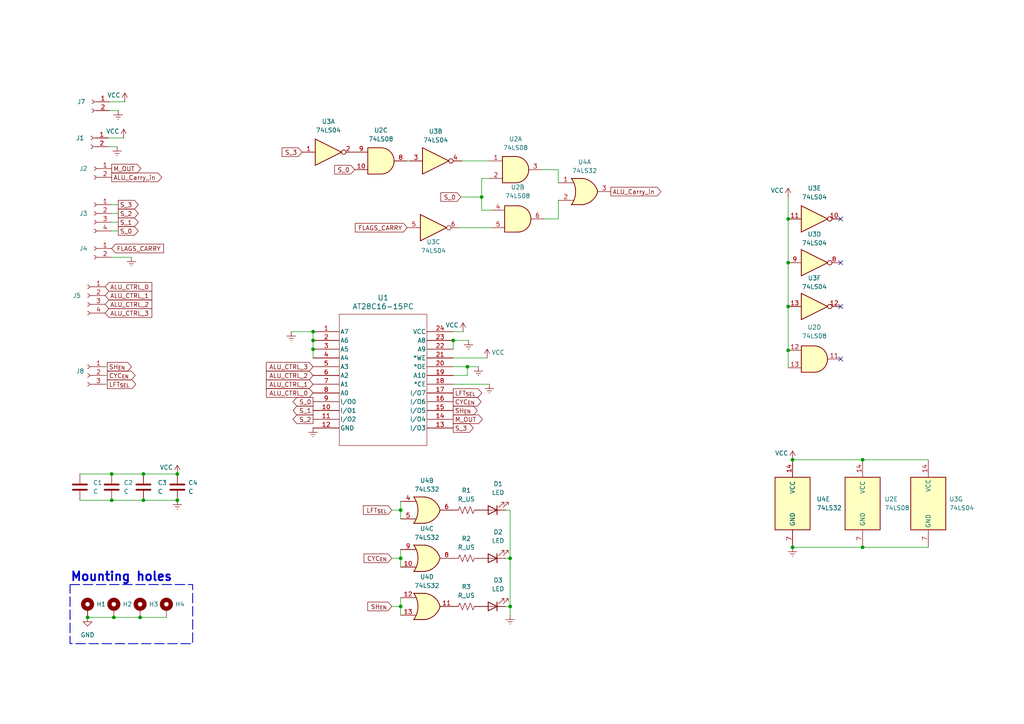
<source format=kicad_sch>
(kicad_sch (version 20231120) (generator "eeschema") (generator_version "8.0")
  (paper "A4")
  (lib_symbols
    (symbol "74xx:74LS04"
      (property "Reference" "U" (at 0 1.27 0))
      (property "Value" "74LS04" (at 0 -1.27 0))
      (symbol "74LS04_1_0"
        (polyline (pts (xy -3.81 3.81) (xy -3.81 -3.81) (xy 3.81 0) (xy -3.81 3.81)) (stroke (width 0.254)) (fill (type background)))
        (pin input line (at -7.62 0 0) (length 3.81) (name "~") (number "1"))
        (pin output inverted (at 7.62 0 180) (length 3.81) (name "~") (number "2"))
      )
      (symbol "74LS04_2_0"
        (polyline (pts (xy -3.81 3.81) (xy -3.81 -3.81) (xy 3.81 0) (xy -3.81 3.81)) (stroke (width 0.254)) (fill (type background)))
        (pin input line (at -7.62 0 0) (length 3.81) (name "~") (number "3"))
        (pin output inverted (at 7.62 0 180) (length 3.81) (name "~") (number "4"))
      )
      (symbol "74LS04_3_0"
        (polyline (pts (xy -3.81 3.81) (xy -3.81 -3.81) (xy 3.81 0) (xy -3.81 3.81)) (stroke (width 0.254)) (fill (type background)))
        (pin input line (at -7.62 0 0) (length 3.81) (name "~") (number "5"))
        (pin output inverted (at 7.62 0 180) (length 3.81) (name "~") (number "6"))
      )
      (symbol "74LS04_4_0"
        (polyline (pts (xy -3.81 3.81) (xy -3.81 -3.81) (xy 3.81 0) (xy -3.81 3.81)) (stroke (width 0.254)) (fill (type background)))
        (pin output inverted (at 7.62 0 180) (length 3.81) (name "~") (number "8"))
        (pin input line (at -7.62 0 0) (length 3.81) (name "~") (number "9"))
      )
      (symbol "74LS04_5_0"
        (polyline (pts (xy -3.81 3.81) (xy -3.81 -3.81) (xy 3.81 0) (xy -3.81 3.81)) (stroke (width 0.254)) (fill (type background)))
        (pin output inverted (at 7.62 0 180) (length 3.81) (name "~") (number "10"))
        (pin input line (at -7.62 0 0) (length 3.81) (name "~") (number "11"))
      )
      (symbol "74LS04_6_0"
        (polyline (pts (xy -3.81 3.81) (xy -3.81 -3.81) (xy 3.81 0) (xy -3.81 3.81)) (stroke (width 0.254)) (fill (type background)))
        (pin output inverted (at 7.62 0 180) (length 3.81) (name "~") (number "12"))
        (pin input line (at -7.62 0 0) (length 3.81) (name "~") (number "13"))
      )
      (symbol "74LS04_7_0"
        (pin power_in line (at 0 12.7 270) (length 5.08) (name "VCC") (number "14"))
        (pin power_in line (at 0 -12.7 90) (length 5.08) (name "GND") (number "7"))
      )
      (symbol "74LS04_7_1"
        (rectangle (start -5.08 7.62) (end 5.08 -7.62) (stroke (width 0.254)) (fill (type background)))
      )
    )
    (symbol "74xx:74LS08" (pin_names (offset 1.016))
      (property "Reference" "U" (at 0 1.27 0))
      (property "Value" "74LS08" (at 0 -1.27 0))
      (symbol "74LS08_1_1"
        (arc (start 0 -3.81) (mid 3.7934 0) (end 0 3.81) (stroke (width 0.254)) (fill (type background)))
        (polyline (pts (xy 0 3.81) (xy -3.81 3.81) (xy -3.81 -3.81) (xy 0 -3.81)) (stroke (width 0.254)) (fill (type background)))
        (pin input line (at -7.62 2.54 0) (length 3.81) (name "~") (number "1"))
        (pin input line (at -7.62 -2.54 0) (length 3.81) (name "~") (number "2"))
        (pin output line (at 7.62 0 180) (length 3.81) (name "~") (number "3"))
      )
      (symbol "74LS08_1_2"
        (arc (start -3.81 -3.81) (mid -2.589 0) (end -3.81 3.81) (stroke (width 0.254)))
        (arc (start -0.6096 -3.81) (mid 2.1842 -2.5851) (end 3.81 0) (stroke (width 0.254)) (fill (type background)))
        (polyline (pts (xy -3.81 -3.81) (xy -0.635 -3.81)) (stroke (width 0.254)) (fill (type background)))
        (polyline (pts (xy -3.81 3.81) (xy -0.635 3.81)) (stroke (width 0.254)) (fill (type background)))
        (polyline (pts (xy -0.635 3.81) (xy -3.81 3.81) (xy -3.81 3.81) (xy -3.556 3.4036) (xy -3.0226 2.2606) (xy -2.6924 1.0414) (xy -2.6162 -0.254) (xy -2.7686 -1.4986) (xy -3.175 -2.7178) (xy -3.81 -3.81) (xy -3.81 -3.81) (xy -0.635 -3.81)) (stroke (width -25.4)) (fill (type background)))
        (arc (start 3.81 0) (mid 2.1915 2.5936) (end -0.6096 3.81) (stroke (width 0.254)) (fill (type background)))
        (pin input inverted (at -7.62 2.54 0) (length 4.318) (name "~") (number "1"))
        (pin input inverted (at -7.62 -2.54 0) (length 4.318) (name "~") (number "2"))
        (pin output inverted (at 7.62 0 180) (length 3.81) (name "~") (number "3"))
      )
      (symbol "74LS08_2_1"
        (arc (start 0 -3.81) (mid 3.7934 0) (end 0 3.81) (stroke (width 0.254)) (fill (type background)))
        (polyline (pts (xy 0 3.81) (xy -3.81 3.81) (xy -3.81 -3.81) (xy 0 -3.81)) (stroke (width 0.254)) (fill (type background)))
        (pin input line (at -7.62 2.54 0) (length 3.81) (name "~") (number "4"))
        (pin input line (at -7.62 -2.54 0) (length 3.81) (name "~") (number "5"))
        (pin output line (at 7.62 0 180) (length 3.81) (name "~") (number "6"))
      )
      (symbol "74LS08_2_2"
        (arc (start -3.81 -3.81) (mid -2.589 0) (end -3.81 3.81) (stroke (width 0.254)))
        (arc (start -0.6096 -3.81) (mid 2.1842 -2.5851) (end 3.81 0) (stroke (width 0.254)) (fill (type background)))
        (polyline (pts (xy -3.81 -3.81) (xy -0.635 -3.81)) (stroke (width 0.254)) (fill (type background)))
        (polyline (pts (xy -3.81 3.81) (xy -0.635 3.81)) (stroke (width 0.254)) (fill (type background)))
        (polyline (pts (xy -0.635 3.81) (xy -3.81 3.81) (xy -3.81 3.81) (xy -3.556 3.4036) (xy -3.0226 2.2606) (xy -2.6924 1.0414) (xy -2.6162 -0.254) (xy -2.7686 -1.4986) (xy -3.175 -2.7178) (xy -3.81 -3.81) (xy -3.81 -3.81) (xy -0.635 -3.81)) (stroke (width -25.4)) (fill (type background)))
        (arc (start 3.81 0) (mid 2.1915 2.5936) (end -0.6096 3.81) (stroke (width 0.254)) (fill (type background)))
        (pin input inverted (at -7.62 2.54 0) (length 4.318) (name "~") (number "4"))
        (pin input inverted (at -7.62 -2.54 0) (length 4.318) (name "~") (number "5"))
        (pin output inverted (at 7.62 0 180) (length 3.81) (name "~") (number "6"))
      )
      (symbol "74LS08_3_1"
        (arc (start 0 -3.81) (mid 3.7934 0) (end 0 3.81) (stroke (width 0.254)) (fill (type background)))
        (polyline (pts (xy 0 3.81) (xy -3.81 3.81) (xy -3.81 -3.81) (xy 0 -3.81)) (stroke (width 0.254)) (fill (type background)))
        (pin input line (at -7.62 -2.54 0) (length 3.81) (name "~") (number "10"))
        (pin output line (at 7.62 0 180) (length 3.81) (name "~") (number "8"))
        (pin input line (at -7.62 2.54 0) (length 3.81) (name "~") (number "9"))
      )
      (symbol "74LS08_3_2"
        (arc (start -3.81 -3.81) (mid -2.589 0) (end -3.81 3.81) (stroke (width 0.254)))
        (arc (start -0.6096 -3.81) (mid 2.1842 -2.5851) (end 3.81 0) (stroke (width 0.254)) (fill (type background)))
        (polyline (pts (xy -3.81 -3.81) (xy -0.635 -3.81)) (stroke (width 0.254)) (fill (type background)))
        (polyline (pts (xy -3.81 3.81) (xy -0.635 3.81)) (stroke (width 0.254)) (fill (type background)))
        (polyline (pts (xy -0.635 3.81) (xy -3.81 3.81) (xy -3.81 3.81) (xy -3.556 3.4036) (xy -3.0226 2.2606) (xy -2.6924 1.0414) (xy -2.6162 -0.254) (xy -2.7686 -1.4986) (xy -3.175 -2.7178) (xy -3.81 -3.81) (xy -3.81 -3.81) (xy -0.635 -3.81)) (stroke (width -25.4)) (fill (type background)))
        (arc (start 3.81 0) (mid 2.1915 2.5936) (end -0.6096 3.81) (stroke (width 0.254)) (fill (type background)))
        (pin input inverted (at -7.62 -2.54 0) (length 4.318) (name "~") (number "10"))
        (pin output inverted (at 7.62 0 180) (length 3.81) (name "~") (number "8"))
        (pin input inverted (at -7.62 2.54 0) (length 4.318) (name "~") (number "9"))
      )
      (symbol "74LS08_4_1"
        (arc (start 0 -3.81) (mid 3.7934 0) (end 0 3.81) (stroke (width 0.254)) (fill (type background)))
        (polyline (pts (xy 0 3.81) (xy -3.81 3.81) (xy -3.81 -3.81) (xy 0 -3.81)) (stroke (width 0.254)) (fill (type background)))
        (pin output line (at 7.62 0 180) (length 3.81) (name "~") (number "11"))
        (pin input line (at -7.62 2.54 0) (length 3.81) (name "~") (number "12"))
        (pin input line (at -7.62 -2.54 0) (length 3.81) (name "~") (number "13"))
      )
      (symbol "74LS08_4_2"
        (arc (start -3.81 -3.81) (mid -2.589 0) (end -3.81 3.81) (stroke (width 0.254)))
        (arc (start -0.6096 -3.81) (mid 2.1842 -2.5851) (end 3.81 0) (stroke (width 0.254)) (fill (type background)))
        (polyline (pts (xy -3.81 -3.81) (xy -0.635 -3.81)) (stroke (width 0.254)) (fill (type background)))
        (polyline (pts (xy -3.81 3.81) (xy -0.635 3.81)) (stroke (width 0.254)) (fill (type background)))
        (polyline (pts (xy -0.635 3.81) (xy -3.81 3.81) (xy -3.81 3.81) (xy -3.556 3.4036) (xy -3.0226 2.2606) (xy -2.6924 1.0414) (xy -2.6162 -0.254) (xy -2.7686 -1.4986) (xy -3.175 -2.7178) (xy -3.81 -3.81) (xy -3.81 -3.81) (xy -0.635 -3.81)) (stroke (width -25.4)) (fill (type background)))
        (arc (start 3.81 0) (mid 2.1915 2.5936) (end -0.6096 3.81) (stroke (width 0.254)) (fill (type background)))
        (pin output inverted (at 7.62 0 180) (length 3.81) (name "~") (number "11"))
        (pin input inverted (at -7.62 2.54 0) (length 4.318) (name "~") (number "12"))
        (pin input inverted (at -7.62 -2.54 0) (length 4.318) (name "~") (number "13"))
      )
      (symbol "74LS08_5_0"
        (pin power_in line (at 0 12.7 270) (length 5.08) (name "VCC") (number "14"))
        (pin power_in line (at 0 -12.7 90) (length 5.08) (name "GND") (number "7"))
      )
      (symbol "74LS08_5_1"
        (rectangle (start -5.08 7.62) (end 5.08 -7.62) (stroke (width 0.254)) (fill (type background)))
      )
    )
    (symbol "74xx:74LS32" (pin_names (offset 1.016))
      (property "Reference" "U" (at 0 1.27 0))
      (property "Value" "74LS32" (at 0 -1.27 0))
      (symbol "74LS32_1_1"
        (arc (start -3.81 -3.81) (mid -2.589 0) (end -3.81 3.81) (stroke (width 0.254)))
        (arc (start -0.6096 -3.81) (mid 2.1842 -2.5851) (end 3.81 0) (stroke (width 0.254)) (fill (type background)))
        (polyline (pts (xy -3.81 -3.81) (xy -0.635 -3.81)) (stroke (width 0.254)) (fill (type background)))
        (polyline (pts (xy -3.81 3.81) (xy -0.635 3.81)) (stroke (width 0.254)) (fill (type background)))
        (polyline (pts (xy -0.635 3.81) (xy -3.81 3.81) (xy -3.81 3.81) (xy -3.556 3.4036) (xy -3.0226 2.2606) (xy -2.6924 1.0414) (xy -2.6162 -0.254) (xy -2.7686 -1.4986) (xy -3.175 -2.7178) (xy -3.81 -3.81) (xy -3.81 -3.81) (xy -0.635 -3.81)) (stroke (width -25.4)) (fill (type background)))
        (arc (start 3.81 0) (mid 2.1915 2.5936) (end -0.6096 3.81) (stroke (width 0.254)) (fill (type background)))
        (pin input line (at -7.62 2.54 0) (length 4.318) (name "~") (number "1"))
        (pin input line (at -7.62 -2.54 0) (length 4.318) (name "~") (number "2"))
        (pin output line (at 7.62 0 180) (length 3.81) (name "~") (number "3"))
      )
      (symbol "74LS32_1_2"
        (arc (start 0 -3.81) (mid 3.7934 0) (end 0 3.81) (stroke (width 0.254)) (fill (type background)))
        (polyline (pts (xy 0 3.81) (xy -3.81 3.81) (xy -3.81 -3.81) (xy 0 -3.81)) (stroke (width 0.254)) (fill (type background)))
        (pin input inverted (at -7.62 2.54 0) (length 3.81) (name "~") (number "1"))
        (pin input inverted (at -7.62 -2.54 0) (length 3.81) (name "~") (number "2"))
        (pin output inverted (at 7.62 0 180) (length 3.81) (name "~") (number "3"))
      )
      (symbol "74LS32_2_1"
        (arc (start -3.81 -3.81) (mid -2.589 0) (end -3.81 3.81) (stroke (width 0.254)))
        (arc (start -0.6096 -3.81) (mid 2.1842 -2.5851) (end 3.81 0) (stroke (width 0.254)) (fill (type background)))
        (polyline (pts (xy -3.81 -3.81) (xy -0.635 -3.81)) (stroke (width 0.254)) (fill (type background)))
        (polyline (pts (xy -3.81 3.81) (xy -0.635 3.81)) (stroke (width 0.254)) (fill (type background)))
        (polyline (pts (xy -0.635 3.81) (xy -3.81 3.81) (xy -3.81 3.81) (xy -3.556 3.4036) (xy -3.0226 2.2606) (xy -2.6924 1.0414) (xy -2.6162 -0.254) (xy -2.7686 -1.4986) (xy -3.175 -2.7178) (xy -3.81 -3.81) (xy -3.81 -3.81) (xy -0.635 -3.81)) (stroke (width -25.4)) (fill (type background)))
        (arc (start 3.81 0) (mid 2.1915 2.5936) (end -0.6096 3.81) (stroke (width 0.254)) (fill (type background)))
        (pin input line (at -7.62 2.54 0) (length 4.318) (name "~") (number "4"))
        (pin input line (at -7.62 -2.54 0) (length 4.318) (name "~") (number "5"))
        (pin output line (at 7.62 0 180) (length 3.81) (name "~") (number "6"))
      )
      (symbol "74LS32_2_2"
        (arc (start 0 -3.81) (mid 3.7934 0) (end 0 3.81) (stroke (width 0.254)) (fill (type background)))
        (polyline (pts (xy 0 3.81) (xy -3.81 3.81) (xy -3.81 -3.81) (xy 0 -3.81)) (stroke (width 0.254)) (fill (type background)))
        (pin input inverted (at -7.62 2.54 0) (length 3.81) (name "~") (number "4"))
        (pin input inverted (at -7.62 -2.54 0) (length 3.81) (name "~") (number "5"))
        (pin output inverted (at 7.62 0 180) (length 3.81) (name "~") (number "6"))
      )
      (symbol "74LS32_3_1"
        (arc (start -3.81 -3.81) (mid -2.589 0) (end -3.81 3.81) (stroke (width 0.254)))
        (arc (start -0.6096 -3.81) (mid 2.1842 -2.5851) (end 3.81 0) (stroke (width 0.254)) (fill (type background)))
        (polyline (pts (xy -3.81 -3.81) (xy -0.635 -3.81)) (stroke (width 0.254)) (fill (type background)))
        (polyline (pts (xy -3.81 3.81) (xy -0.635 3.81)) (stroke (width 0.254)) (fill (type background)))
        (polyline (pts (xy -0.635 3.81) (xy -3.81 3.81) (xy -3.81 3.81) (xy -3.556 3.4036) (xy -3.0226 2.2606) (xy -2.6924 1.0414) (xy -2.6162 -0.254) (xy -2.7686 -1.4986) (xy -3.175 -2.7178) (xy -3.81 -3.81) (xy -3.81 -3.81) (xy -0.635 -3.81)) (stroke (width -25.4)) (fill (type background)))
        (arc (start 3.81 0) (mid 2.1915 2.5936) (end -0.6096 3.81) (stroke (width 0.254)) (fill (type background)))
        (pin input line (at -7.62 -2.54 0) (length 4.318) (name "~") (number "10"))
        (pin output line (at 7.62 0 180) (length 3.81) (name "~") (number "8"))
        (pin input line (at -7.62 2.54 0) (length 4.318) (name "~") (number "9"))
      )
      (symbol "74LS32_3_2"
        (arc (start 0 -3.81) (mid 3.7934 0) (end 0 3.81) (stroke (width 0.254)) (fill (type background)))
        (polyline (pts (xy 0 3.81) (xy -3.81 3.81) (xy -3.81 -3.81) (xy 0 -3.81)) (stroke (width 0.254)) (fill (type background)))
        (pin input inverted (at -7.62 -2.54 0) (length 3.81) (name "~") (number "10"))
        (pin output inverted (at 7.62 0 180) (length 3.81) (name "~") (number "8"))
        (pin input inverted (at -7.62 2.54 0) (length 3.81) (name "~") (number "9"))
      )
      (symbol "74LS32_4_1"
        (arc (start -3.81 -3.81) (mid -2.589 0) (end -3.81 3.81) (stroke (width 0.254)))
        (arc (start -0.6096 -3.81) (mid 2.1842 -2.5851) (end 3.81 0) (stroke (width 0.254)) (fill (type background)))
        (polyline (pts (xy -3.81 -3.81) (xy -0.635 -3.81)) (stroke (width 0.254)) (fill (type background)))
        (polyline (pts (xy -3.81 3.81) (xy -0.635 3.81)) (stroke (width 0.254)) (fill (type background)))
        (polyline (pts (xy -0.635 3.81) (xy -3.81 3.81) (xy -3.81 3.81) (xy -3.556 3.4036) (xy -3.0226 2.2606) (xy -2.6924 1.0414) (xy -2.6162 -0.254) (xy -2.7686 -1.4986) (xy -3.175 -2.7178) (xy -3.81 -3.81) (xy -3.81 -3.81) (xy -0.635 -3.81)) (stroke (width -25.4)) (fill (type background)))
        (arc (start 3.81 0) (mid 2.1915 2.5936) (end -0.6096 3.81) (stroke (width 0.254)) (fill (type background)))
        (pin output line (at 7.62 0 180) (length 3.81) (name "~") (number "11"))
        (pin input line (at -7.62 2.54 0) (length 4.318) (name "~") (number "12"))
        (pin input line (at -7.62 -2.54 0) (length 4.318) (name "~") (number "13"))
      )
      (symbol "74LS32_4_2"
        (arc (start 0 -3.81) (mid 3.7934 0) (end 0 3.81) (stroke (width 0.254)) (fill (type background)))
        (polyline (pts (xy 0 3.81) (xy -3.81 3.81) (xy -3.81 -3.81) (xy 0 -3.81)) (stroke (width 0.254)) (fill (type background)))
        (pin output inverted (at 7.62 0 180) (length 3.81) (name "~") (number "11"))
        (pin input inverted (at -7.62 2.54 0) (length 3.81) (name "~") (number "12"))
        (pin input inverted (at -7.62 -2.54 0) (length 3.81) (name "~") (number "13"))
      )
      (symbol "74LS32_5_0"
        (pin power_in line (at 0 12.7 270) (length 5.08) (name "VCC") (number "14"))
        (pin power_in line (at 0 -12.7 90) (length 5.08) (name "GND") (number "7"))
      )
      (symbol "74LS32_5_1"
        (rectangle (start -5.08 7.62) (end 5.08 -7.62) (stroke (width 0.254)) (fill (type background)))
      )
    )
    (symbol "Connector:Conn_01x02_Socket" (pin_names (offset 1.016) hide)
      (property "Reference" "J" (at 0 2.54 0))
      (property "Value" "Conn_01x02_Socket" (at 0 -5.08 0))
      (symbol "Conn_01x02_Socket_1_1"
        (arc (start 0 -2.032) (mid -0.5058 -2.54) (end 0 -3.048) (stroke (width 0.1524)))
        (polyline (pts (xy -1.27 -2.54) (xy -0.508 -2.54)) (stroke (width 0.1524)))
        (polyline (pts (xy -1.27 0) (xy -0.508 0)) (stroke (width 0.1524)))
        (arc (start 0 0.508) (mid -0.5058 0) (end 0 -0.508) (stroke (width 0.1524)))
        (pin passive line (at -5.08 0 0) (length 3.81) (name "Pin_1") (number "1"))
        (pin passive line (at -5.08 -2.54 0) (length 3.81) (name "Pin_2") (number "2"))
      )
    )
    (symbol "Connector:Conn_01x03_Socket" (pin_names (offset 1.016) hide)
      (property "Reference" "J" (at 0 5.08 0))
      (property "Value" "Conn_01x03_Socket" (at 0 -5.08 0))
      (symbol "Conn_01x03_Socket_1_1"
        (arc (start 0 -2.032) (mid -0.5058 -2.54) (end 0 -3.048) (stroke (width 0.1524)))
        (polyline (pts (xy -1.27 -2.54) (xy -0.508 -2.54)) (stroke (width 0.1524)))
        (polyline (pts (xy -1.27 0) (xy -0.508 0)) (stroke (width 0.1524)))
        (polyline (pts (xy -1.27 2.54) (xy -0.508 2.54)) (stroke (width 0.1524)))
        (arc (start 0 0.508) (mid -0.5058 0) (end 0 -0.508) (stroke (width 0.1524)))
        (arc (start 0 3.048) (mid -0.5058 2.54) (end 0 2.032) (stroke (width 0.1524)))
        (pin passive line (at -5.08 2.54 0) (length 3.81) (name "Pin_1") (number "1"))
        (pin passive line (at -5.08 0 0) (length 3.81) (name "Pin_2") (number "2"))
        (pin passive line (at -5.08 -2.54 0) (length 3.81) (name "Pin_3") (number "3"))
      )
    )
    (symbol "Connector:Conn_01x04_Socket" (pin_names (offset 1.016) hide)
      (property "Reference" "J" (at 0 5.08 0))
      (property "Value" "Conn_01x04_Socket" (at 0 -7.62 0))
      (symbol "Conn_01x04_Socket_1_1"
        (arc (start 0 -4.572) (mid -0.5058 -5.08) (end 0 -5.588) (stroke (width 0.1524)))
        (arc (start 0 -2.032) (mid -0.5058 -2.54) (end 0 -3.048) (stroke (width 0.1524)))
        (polyline (pts (xy -1.27 -5.08) (xy -0.508 -5.08)) (stroke (width 0.1524)))
        (polyline (pts (xy -1.27 -2.54) (xy -0.508 -2.54)) (stroke (width 0.1524)))
        (polyline (pts (xy -1.27 0) (xy -0.508 0)) (stroke (width 0.1524)))
        (polyline (pts (xy -1.27 2.54) (xy -0.508 2.54)) (stroke (width 0.1524)))
        (arc (start 0 0.508) (mid -0.5058 0) (end 0 -0.508) (stroke (width 0.1524)))
        (arc (start 0 3.048) (mid -0.5058 2.54) (end 0 2.032) (stroke (width 0.1524)))
        (pin passive line (at -5.08 2.54 0) (length 3.81) (name "Pin_1") (number "1"))
        (pin passive line (at -5.08 0 0) (length 3.81) (name "Pin_2") (number "2"))
        (pin passive line (at -5.08 -2.54 0) (length 3.81) (name "Pin_3") (number "3"))
        (pin passive line (at -5.08 -5.08 0) (length 3.81) (name "Pin_4") (number "4"))
      )
    )
    (symbol "Device:C" (pin_numbers hide) (pin_names (offset 0.254))
      (property "Reference" "C" (at 0.635 2.54 0))
      (property "Value" "C" (at 0.635 -2.54 0))
      (symbol "C_0_1"
        (polyline (pts (xy -2.032 -0.762) (xy 2.032 -0.762)) (stroke (width 0.508)))
        (polyline (pts (xy -2.032 0.762) (xy 2.032 0.762)) (stroke (width 0.508)))
      )
      (symbol "C_1_1"
        (pin passive line (at 0 3.81 270) (length 2.794) (name "~") (number "1"))
        (pin passive line (at 0 -3.81 90) (length 2.794) (name "~") (number "2"))
      )
    )
    (symbol "Device:LED" (pin_numbers hide) (pin_names (offset 1.016) hide)
      (property "Reference" "D" (at 0 2.54 0))
      (property "Value" "LED" (at 0 -2.54 0))
      (symbol "LED_0_1"
        (polyline (pts (xy -1.27 -1.27) (xy -1.27 1.27)) (stroke (width 0.254)))
        (polyline (pts (xy -1.27 0) (xy 1.27 0)))
        (polyline (pts (xy 1.27 -1.27) (xy 1.27 1.27) (xy -1.27 0) (xy 1.27 -1.27)) (stroke (width 0.254)))
        (polyline (pts (xy -3.048 -0.762) (xy -4.572 -2.286) (xy -3.81 -2.286) (xy -4.572 -2.286) (xy -4.572 -1.524)))
        (polyline (pts (xy -1.778 -0.762) (xy -3.302 -2.286) (xy -2.54 -2.286) (xy -3.302 -2.286) (xy -3.302 -1.524)))
      )
      (symbol "LED_1_1"
        (pin passive line (at -3.81 0 0) (length 2.54) (name "K") (number "1"))
        (pin passive line (at 3.81 0 180) (length 2.54) (name "A") (number "2"))
      )
    )
    (symbol "Device:R_US" (pin_numbers hide) (pin_names (offset 0))
      (property "Reference" "R" (at 2.54 0 90))
      (property "Value" "R_US" (at -2.54 0 90))
      (symbol "R_US_0_1"
        (polyline (pts (xy 0 -2.286) (xy 0 -2.54)))
        (polyline (pts (xy 0 2.286) (xy 0 2.54)))
        (polyline (pts (xy 0 -0.762) (xy 1.016 -1.143) (xy 0 -1.524) (xy -1.016 -1.905) (xy 0 -2.286)))
        (polyline (pts (xy 0 0.762) (xy 1.016 0.381) (xy 0 0) (xy -1.016 -0.381) (xy 0 -0.762)))
        (polyline (pts (xy 0 2.286) (xy 1.016 1.905) (xy 0 1.524) (xy -1.016 1.143) (xy 0 0.762)))
      )
      (symbol "R_US_1_1"
        (pin passive line (at 0 3.81 270) (length 1.27) (name "~") (number "1"))
        (pin passive line (at 0 -3.81 90) (length 1.27) (name "~") (number "2"))
      )
    )
    (symbol "Mechanical:MountingHole_Pad" (pin_numbers hide) (pin_names (offset 1.016) hide) (exclude_from_sim yes) (in_bom no)
      (property "Reference" "H" (at 0 6.35 0))
      (property "Value" "MountingHole_Pad" (at 0 4.445 0))
      (symbol "MountingHole_Pad_0_1"
        (circle (center 0 1.27) (radius 1.27) (stroke (width 1.27)))
      )
      (symbol "MountingHole_Pad_1_1"
        (pin input line (at 0 -2.54 90) (length 2.54) (name "1") (number "1"))
      )
    )
    (symbol "cat28c:AT28C16-15PC" (pin_names (offset 0.254))
      (property "Reference" "U" (at 20.32 10.16 0))
      (property "Value" "AT28C16-15PC" (at 20.32 7.62 0))
      (symbol "AT28C16-15PC_0_1"
        (polyline (pts (xy 7.62 -33.02) (xy 33.02 -33.02)) (stroke (width 0.127)))
        (polyline (pts (xy 7.62 5.08) (xy 7.62 -33.02)) (stroke (width 0.127)))
        (polyline (pts (xy 33.02 -33.02) (xy 33.02 5.08)) (stroke (width 0.127)))
        (polyline (pts (xy 33.02 5.08) (xy 7.62 5.08)) (stroke (width 0.127)))
        (pin bidirectional line (at 0 0 0) (length 7.62) (name "A7") (number "1"))
        (pin bidirectional line (at 0 -22.86 0) (length 7.62) (name "I/O1") (number "10"))
        (pin bidirectional line (at 0 -25.4 0) (length 7.62) (name "I/O2") (number "11"))
        (pin power_out line (at 0 -27.94 0) (length 7.62) (name "GND") (number "12"))
        (pin bidirectional line (at 40.64 -27.94 180) (length 7.62) (name "I/O3") (number "13"))
        (pin bidirectional line (at 40.64 -25.4 180) (length 7.62) (name "I/O4") (number "14"))
        (pin bidirectional line (at 40.64 -22.86 180) (length 7.62) (name "I/O5") (number "15"))
        (pin bidirectional line (at 40.64 -20.32 180) (length 7.62) (name "I/O6") (number "16"))
        (pin bidirectional line (at 40.64 -17.78 180) (length 7.62) (name "I/O7") (number "17"))
        (pin unspecified line (at 40.64 -15.24 180) (length 7.62) (name "*CE") (number "18"))
        (pin bidirectional line (at 40.64 -12.7 180) (length 7.62) (name "A10") (number "19"))
        (pin bidirectional line (at 0 -2.54 0) (length 7.62) (name "A6") (number "2"))
        (pin output line (at 40.64 -10.16 180) (length 7.62) (name "*OE") (number "20"))
        (pin unspecified line (at 40.64 -7.62 180) (length 7.62) (name "*WE") (number "21"))
        (pin bidirectional line (at 40.64 -5.08 180) (length 7.62) (name "A9") (number "22"))
        (pin bidirectional line (at 40.64 -2.54 180) (length 7.62) (name "A8") (number "23"))
        (pin power_in line (at 40.64 0 180) (length 7.62) (name "VCC") (number "24"))
        (pin bidirectional line (at 0 -5.08 0) (length 7.62) (name "A5") (number "3"))
        (pin bidirectional line (at 0 -7.62 0) (length 7.62) (name "A4") (number "4"))
        (pin bidirectional line (at 0 -10.16 0) (length 7.62) (name "A3") (number "5"))
        (pin bidirectional line (at 0 -12.7 0) (length 7.62) (name "A2") (number "6"))
        (pin bidirectional line (at 0 -15.24 0) (length 7.62) (name "A1") (number "7"))
        (pin bidirectional line (at 0 -17.78 0) (length 7.62) (name "A0") (number "8"))
        (pin bidirectional line (at 0 -20.32 0) (length 7.62) (name "I/O0") (number "9"))
      )
    )
    (symbol "power:Earth" (power) (pin_numbers hide) (pin_names (offset 0) hide)
      (property "Value" "Earth" (at 0 -3.81 0))
      (symbol "Earth_0_1"
        (polyline (pts (xy -0.635 -1.905) (xy 0.635 -1.905)))
        (polyline (pts (xy -0.127 -2.54) (xy 0.127 -2.54)))
        (polyline (pts (xy 0 -1.27) (xy 0 0)))
        (polyline (pts (xy 1.27 -1.27) (xy -1.27 -1.27)))
      )
      (symbol "Earth_1_1"
        (pin power_in line (at 0 0 270) (length 0) (name "~") (number "1"))
      )
    )
    (symbol "power:GND" (power) (pin_numbers hide) (pin_names (offset 0) hide)
      (property "Value" "GND" (at 0 -3.81 0))
      (symbol "GND_0_1"
        (polyline (pts (xy 0 0) (xy 0 -1.27) (xy 1.27 -1.27) (xy 0 -2.54) (xy -1.27 -1.27) (xy 0 -1.27)))
      )
      (symbol "GND_1_1"
        (pin power_in line (at 0 0 270) (length 0) (name "~") (number "1"))
      )
    )
    (symbol "power:VCC" (power) (pin_numbers hide) (pin_names (offset 0) hide)
      (property "Value" "VCC" (at 0 3.556 0))
      (symbol "VCC_0_1"
        (polyline (pts (xy -0.762 1.27) (xy 0 2.54)))
        (polyline (pts (xy 0 0) (xy 0 2.54)))
        (polyline (pts (xy 0 2.54) (xy 0.762 1.27)))
      )
      (symbol "VCC_1_1"
        (pin power_in line (at 0 0 90) (length 0) (name "~") (number "1"))
      )
    )
  )
  (junction (at 25.4 179.07))
  (junction (at 228.6 88.9))
  (junction (at 90.805 101.2825))
  (junction (at 116.205 161.925))
  (junction (at 147.955 175.895))
  (junction (at 135.5725 106.3625))
  (junction (at 51.435 137.4775))
  (junction (at 228.6 63.5))
  (junction (at 116.205 175.895))
  (junction (at 90.805 96.2025))
  (junction (at 40.64 179.07))
  (junction (at 147.955 161.925))
  (junction (at 139.7 57.15))
  (junction (at 116.205 147.955))
  (junction (at 41.5925 137.4775))
  (junction (at 33.02 179.07))
  (junction (at 228.6 76.2))
  (junction (at 250.19 133.35))
  (junction (at 131.445 98.7425))
  (junction (at 229.87 158.75))
  (junction (at 41.5925 145.0975))
  (junction (at 32.385 145.0975))
  (junction (at 32.385 137.4775))
  (junction (at 229.87 133.35))
  (junction (at 250.19 158.75))
  (junction (at 90.805 98.7425))
  (junction (at 228.6 101.6))
  (junction (at 51.435 145.0975))
  (no_connect (at 243.84 63.5))
  (no_connect (at 243.84 76.2))
  (no_connect (at 243.84 104.14))
  (no_connect (at 243.84 88.9))
  (wire (pts (xy 116.205 147.955) (xy 116.205 150.495)))
  (wire (pts (xy 40.64 179.07) (xy 48.26 179.07)))
  (wire (pts (xy 228.6 101.6) (xy 228.6 106.68)))
  (wire (pts (xy 147.955 147.955) (xy 147.955 161.925)))
  (wire (pts (xy 32.385 66.9925) (xy 34.29 66.9925)))
  (wire (pts (xy 32.385 74.6125) (xy 38.1 74.6125)))
  (wire (pts (xy 250.19 133.35) (xy 269.24 133.35)))
  (wire (pts (xy 41.5925 137.4775) (xy 51.435 137.4775)))
  (wire (pts (xy 41.5925 145.0975) (xy 51.435 145.0975)))
  (wire (pts (xy 113.665 161.925) (xy 116.205 161.925)))
  (wire (pts (xy 228.6 63.5) (xy 228.6 76.2)))
  (wire (pts (xy 157.1625 49.2125) (xy 161.925 49.2125)))
  (wire (pts (xy 161.925 49.2125) (xy 161.925 53.0225)))
  (wire (pts (xy 147.955 175.895) (xy 147.955 178.435)))
  (wire (pts (xy 133.6675 57.15) (xy 139.7 57.15)))
  (wire (pts (xy 84.455 96.2025) (xy 90.805 96.2025)))
  (wire (pts (xy 141.9225 51.7525) (xy 139.7 51.7525)))
  (wire (pts (xy 131.445 103.8225) (xy 141.2875 103.8225)))
  (wire (pts (xy 32.385 61.9125) (xy 34.29 61.9125)))
  (wire (pts (xy 229.87 133.35) (xy 250.19 133.35)))
  (wire (pts (xy 31.115 108.9025) (xy 30.48 108.9025)))
  (wire (pts (xy 139.7 57.15) (xy 139.7 60.96)))
  (wire (pts (xy 141.9225 111.4425) (xy 131.445 111.4425)))
  (wire (pts (xy 228.6 88.9) (xy 228.6 101.6)))
  (wire (pts (xy 113.665 147.955) (xy 116.205 147.955)))
  (wire (pts (xy 147.955 147.955) (xy 146.685 147.955)))
  (wire (pts (xy 138.7475 106.3625) (xy 135.5725 106.3625)))
  (wire (pts (xy 229.87 158.75) (xy 250.19 158.75)))
  (wire (pts (xy 113.665 175.895) (xy 116.205 175.895)))
  (wire (pts (xy 134.3025 96.2025) (xy 131.445 96.2025)))
  (wire (pts (xy 32.385 59.3725) (xy 34.29 59.3725)))
  (wire (pts (xy 31.75 29.5275) (xy 36.195 29.5275)))
  (wire (pts (xy 131.445 98.7425) (xy 131.445 101.2825)))
  (wire (pts (xy 32.385 137.4775) (xy 41.5925 137.4775)))
  (wire (pts (xy 250.19 158.75) (xy 269.24 158.75)))
  (wire (pts (xy 135.5725 106.3625) (xy 135.5725 108.9025)))
  (wire (pts (xy 161.925 63.5) (xy 157.7975 63.5)))
  (wire (pts (xy 34.29 32.0675) (xy 31.75 32.0675)))
  (wire (pts (xy 147.955 161.925) (xy 146.685 161.925)))
  (wire (pts (xy 131.445 98.7425) (xy 135.89 98.7425)))
  (wire (pts (xy 116.205 175.895) (xy 116.205 173.355)))
  (wire (pts (xy 31.115 106.3625) (xy 30.48 106.3625)))
  (wire (pts (xy 135.5725 106.3625) (xy 131.445 106.3625)))
  (wire (pts (xy 116.205 145.415) (xy 116.205 147.955)))
  (wire (pts (xy 135.5725 108.9025) (xy 131.445 108.9025)))
  (wire (pts (xy 25.4 179.07) (xy 33.02 179.07)))
  (wire (pts (xy 147.955 175.895) (xy 146.685 175.895)))
  (wire (pts (xy 118.11 46.6725) (xy 118.745 46.6725)))
  (wire (pts (xy 33.9725 42.545) (xy 31.4325 42.545)))
  (wire (pts (xy 32.385 145.0975) (xy 41.5925 145.0975)))
  (wire (pts (xy 161.925 58.1025) (xy 161.925 63.5)))
  (wire (pts (xy 139.7 51.7525) (xy 139.7 57.15)))
  (wire (pts (xy 90.805 101.2825) (xy 90.805 103.8225)))
  (wire (pts (xy 139.7 60.96) (xy 142.5575 60.96)))
  (wire (pts (xy 90.805 98.7425) (xy 90.805 101.2825)))
  (wire (pts (xy 23.1775 145.0975) (xy 32.385 145.0975)))
  (wire (pts (xy 133.985 46.6725) (xy 141.9225 46.6725)))
  (wire (pts (xy 228.6 76.2) (xy 228.6 88.9)))
  (wire (pts (xy 90.805 96.2025) (xy 90.805 98.7425)))
  (wire (pts (xy 147.955 161.925) (xy 147.955 175.895)))
  (wire (pts (xy 116.205 175.895) (xy 116.205 178.435)))
  (wire (pts (xy 23.1775 137.4775) (xy 32.385 137.4775)))
  (wire (pts (xy 33.02 179.07) (xy 40.64 179.07)))
  (wire (pts (xy 32.385 64.4525) (xy 34.29 64.4525)))
  (wire (pts (xy 228.6 57.15) (xy 228.6 63.5)))
  (wire (pts (xy 31.115 111.4425) (xy 30.48 111.4425)))
  (wire (pts (xy 116.205 161.925) (xy 116.205 164.465)))
  (wire (pts (xy 116.205 159.385) (xy 116.205 161.925)))
  (wire (pts (xy 31.4325 40.005) (xy 35.8775 40.005)))
  (wire (pts (xy 133.35 66.04) (xy 142.5575 66.04)))
  (rectangle (start 20.32 169.545) (end 55.88 186.69) (stroke (width 0.254) (type dash)))
  (text "Mounting holes" (at 20.32 167.386 0) (effects (font (size 2.54 2.54) (thickness 0.508) (bold yes)) (justify left)))
  (global_label "CYC_{EN}" (shape input) (at 113.665 161.925 180) (property "Intersheetrefs" "${INTERSHEET_REFS}" (effects (hide yes))))
  (global_label "S_2" (shape output) (at 34.29 61.9125 0) (property "Intersheetrefs" "${INTERSHEET_REFS}" (effects (hide yes))))
  (global_label "M_OUT" (shape output) (at 32.385 48.895 0) (property "Intersheetrefs" "${INTERSHEET_REFS}" (effects (hide yes))))
  (global_label "CYC_{EN}" (shape output) (at 131.445 116.5225 0) (property "Intersheetrefs" "${INTERSHEET_REFS}" (effects (hide yes))))
  (global_label "ALU_CTRL_0" (shape input) (at 30.48 83.185 0) (property "Intersheetrefs" "${INTERSHEET_REFS}" (effects (hide yes))))
  (global_label "ALU_CTRL_2" (shape input) (at 90.805 108.9025 180) (property "Intersheetrefs" "${INTERSHEET_REFS}" (effects (hide yes))))
  (global_label "S_0" (shape input) (at 102.87 49.2125 180) (property "Intersheetrefs" "${INTERSHEET_REFS}" (effects (hide yes))))
  (global_label "ALU_Carry_in" (shape output) (at 177.165 55.5625 0) (property "Intersheetrefs" "${INTERSHEET_REFS}" (effects (hide yes))))
  (global_label "S_1" (shape output) (at 90.805 119.0625 180) (property "Intersheetrefs" "${INTERSHEET_REFS}" (effects (hide yes))))
  (global_label "ALU_CTRL_1" (shape input) (at 30.48 85.725 0) (property "Intersheetrefs" "${INTERSHEET_REFS}" (effects (hide yes))))
  (global_label "ALU_Carry_in" (shape output) (at 32.385 51.435 0) (property "Intersheetrefs" "${INTERSHEET_REFS}" (effects (hide yes))))
  (global_label "S_0" (shape output) (at 34.29 66.9925 0) (property "Intersheetrefs" "${INTERSHEET_REFS}" (effects (hide yes))))
  (global_label "LFT_{SEL}" (shape input) (at 113.665 147.955 180) (property "Intersheetrefs" "${INTERSHEET_REFS}" (effects (hide yes))))
  (global_label "M_OUT" (shape output) (at 131.445 121.6025 0) (property "Intersheetrefs" "${INTERSHEET_REFS}" (effects (hide yes))))
  (global_label "ALU_CTRL_1" (shape input) (at 90.805 111.4425 180) (property "Intersheetrefs" "${INTERSHEET_REFS}" (effects (hide yes))))
  (global_label "SH_{EN}" (shape input) (at 113.665 175.895 180) (property "Intersheetrefs" "${INTERSHEET_REFS}" (effects (hide yes))))
  (global_label "S_3" (shape input) (at 87.63 44.1325 180) (property "Intersheetrefs" "${INTERSHEET_REFS}" (effects (hide yes))))
  (global_label "S_2" (shape output) (at 90.805 121.6025 180) (property "Intersheetrefs" "${INTERSHEET_REFS}" (effects (hide yes))))
  (global_label "CYC_{EN}" (shape output) (at 31.115 108.9025 0) (property "Intersheetrefs" "${INTERSHEET_REFS}" (effects (hide yes))))
  (global_label "LFT_{SEL}" (shape output) (at 31.115 111.4425 0) (property "Intersheetrefs" "${INTERSHEET_REFS}" (effects (hide yes))))
  (global_label "S_3" (shape output) (at 34.29 59.3725 0) (property "Intersheetrefs" "${INTERSHEET_REFS}" (effects (hide yes))))
  (global_label "S_3" (shape output) (at 131.445 124.1425 0) (property "Intersheetrefs" "${INTERSHEET_REFS}" (effects (hide yes))))
  (global_label "S_0" (shape input) (at 133.6675 57.15 180) (property "Intersheetrefs" "${INTERSHEET_REFS}" (effects (hide yes))))
  (global_label "ALU_CTRL_0" (shape input) (at 90.805 113.9825 180) (property "Intersheetrefs" "${INTERSHEET_REFS}" (effects (hide yes))))
  (global_label "ALU_CTRL_3" (shape input) (at 90.805 106.3625 180) (property "Intersheetrefs" "${INTERSHEET_REFS}" (effects (hide yes))))
  (global_label "S_1" (shape output) (at 34.29 64.4525 0) (property "Intersheetrefs" "${INTERSHEET_REFS}" (effects (hide yes))))
  (global_label "FLAGS_CARRY" (shape input) (at 118.11 66.04 180) (property "Intersheetrefs" "${INTERSHEET_REFS}" (effects (hide yes))))
  (global_label "FLAGS_CARRY" (shape input) (at 32.385 72.0725 0) (property "Intersheetrefs" "${INTERSHEET_REFS}" (effects (hide yes))))
  (global_label "ALU_CTRL_3" (shape input) (at 30.48 90.805 0) (property "Intersheetrefs" "${INTERSHEET_REFS}" (effects (hide yes))))
  (global_label "ALU_CTRL_2" (shape input) (at 30.48 88.265 0) (property "Intersheetrefs" "${INTERSHEET_REFS}" (effects (hide yes))))
  (global_label "SH_{EN}" (shape output) (at 131.445 119.0625 0) (property "Intersheetrefs" "${INTERSHEET_REFS}" (effects (hide yes))))
  (global_label "LFT_{SEL}" (shape output) (at 131.445 113.9825 0) (property "Intersheetrefs" "${INTERSHEET_REFS}" (effects (hide yes))))
  (global_label "SH_{EN}" (shape output) (at 31.115 106.3625 0) (property "Intersheetrefs" "${INTERSHEET_REFS}" (effects (hide yes))))
  (global_label "S_0" (shape output) (at 90.805 116.5225 180) (property "Intersheetrefs" "${INTERSHEET_REFS}" (effects (hide yes))))
  (symbol (lib_id "power:Earth") (at 147.955 178.435 0) (unit 1)
    (property "Reference" "#PWR019" (effects (hide yes)))
    (property "Value" "GND" (effects (hide yes)))
    (property "Description" "Power symbol creates a global label with name \"Earth\"" (effects (hide yes)))
  )
  (symbol (lib_id "74xx:74LS04") (at 236.22 76.2 0) (unit 4)
    (property "Reference" "U3" (at 236.22 67.945 0))
    (property "Value" "74LS04" (at 236.22 70.485 0))
    (property "Footprint" "Package_DIP:DIP-14_W7.62mm_Socket_LongPads" (effects (hide yes)))
    (property "Datasheet" "http://www.ti.com/lit/gpn/sn74LS04" (effects (hide yes)))
    (property "Description" "Hex Inverter" (effects (hide yes)))
  )
  (symbol (lib_id "74xx:74LS32") (at 123.825 147.955 0) (unit 2)
    (property "Reference" "U4" (at 123.825 139.3825 0))
    (property "Value" "74LS32" (at 123.825 141.9225 0))
    (property "Footprint" "Package_DIP:DIP-14_W7.62mm_Socket_LongPads" (effects (hide yes)))
    (property "Datasheet" "http://www.ti.com/lit/gpn/sn74LS32" (effects (hide yes)))
    (property "Description" "Quad 2-input OR" (effects (hide yes)))
  )
  (symbol (lib_id "Device:C") (at 32.385 141.2875 0) (unit 1)
    (property "Reference" "C2" (at 35.8775 140.0174 0) (effects (justify left)))
    (property "Value" "C" (at 35.8775 142.5574 0) (effects (justify left)))
    (property "Footprint" "Capacitor_THT:C_Disc_D3.8mm_W2.6mm_P2.50mm" (effects (hide yes)))
    (property "Description" "Unpolarized capacitor" (effects (hide yes)))
  )
  (symbol (lib_id "power:VCC") (at 228.6 57.15 0) (unit 1)
    (property "Reference" "#PWR018" (effects (hide yes)))
    (property "Value" "VCC" (at 225.425 55.245 0))
    (property "Description" "Power symbol creates a global label with name \"VCC\"" (effects (hide yes)))
  )
  (symbol (lib_id "Mechanical:MountingHole_Pad") (at 25.4 176.53 0) (unit 1) (exclude_from_sim yes) (in_bom no)
    (property "Reference" "H1" (at 27.94 175.2599 0) (effects (justify left)))
    (property "Value" "MountingHole_Pad" (effects (hide yes)))
    (property "Footprint" "MountingHole:MountingHole_2.2mm_M2_DIN965_Pad" (effects (hide yes)))
    (property "Description" "Mounting Hole with connection" (effects (hide yes)))
  )
  (symbol (lib_id "74xx:74LS08") (at 150.1775 63.5 0) (unit 2)
    (property "Reference" "U2" (at 150.1692 54.2925 0))
    (property "Value" "74LS08" (at 150.1692 56.8325 0))
    (property "Footprint" "Package_DIP:DIP-14_W7.62mm_Socket_LongPads" (effects (hide yes)))
    (property "Datasheet" "http://www.ti.com/lit/gpn/sn74LS08" (effects (hide yes)))
    (property "Description" "Quad And2" (effects (hide yes)))
  )
  (symbol (lib_id "74xx:74LS32") (at 169.545 55.5625 0) (unit 1)
    (property "Reference" "U4" (at 169.545 46.99 0))
    (property "Value" "74LS32" (at 169.545 49.53 0))
    (property "Footprint" "Package_DIP:DIP-14_W7.62mm_Socket_LongPads" (effects (hide yes)))
    (property "Datasheet" "http://www.ti.com/lit/gpn/sn74LS32" (effects (hide yes)))
    (property "Description" "Quad 2-input OR" (effects (hide yes)))
  )
  (symbol (lib_id "power:Earth") (at 141.9225 111.4425 0) (unit 1)
    (property "Reference" "#PWR011" (effects (hide yes)))
    (property "Value" "GND" (effects (hide yes)))
    (property "Description" "Power symbol creates a global label with name \"Earth\"" (effects (hide yes)))
  )
  (symbol (lib_id "Device:R_US") (at 135.255 161.925 90) (unit 1)
    (property "Reference" "R2" (at 135.255 156.21 90))
    (property "Value" "R_US" (at 135.255 158.75 90))
    (property "Footprint" "Resistor_SMD:R_1206_3216Metric_Pad1.30x1.75mm_HandSolder" (effects (hide yes)))
    (property "Description" "Resistor, US symbol" (effects (hide yes)))
  )
  (symbol (lib_id "Device:LED") (at 142.875 147.955 180) (unit 1)
    (property "Reference" "D1" (at 144.4625 140.335 0))
    (property "Value" "LED" (at 144.4625 142.875 0))
    (property "Footprint" "LED_SMD:LED_2512_6332Metric_Pad1.52x3.35mm_HandSolder" (effects (hide yes)))
    (property "Description" "Light emitting diode" (effects (hide yes)))
  )
  (symbol (lib_id "power:VCC") (at 51.435 137.4775 0) (unit 1)
    (property "Reference" "#PWR014" (effects (hide yes)))
    (property "Value" "VCC" (at 48.26 135.5725 0))
    (property "Description" "Power symbol creates a global label with name \"VCC\"" (effects (hide yes)))
  )
  (symbol (lib_id "74xx:74LS32") (at 123.825 161.925 0) (unit 3)
    (property "Reference" "U4" (at 123.825 153.3525 0))
    (property "Value" "74LS32" (at 123.825 155.8925 0))
    (property "Footprint" "Package_DIP:DIP-14_W7.62mm_Socket_LongPads" (effects (hide yes)))
    (property "Datasheet" "http://www.ti.com/lit/gpn/sn74LS32" (effects (hide yes)))
    (property "Description" "Quad 2-input OR" (effects (hide yes)))
  )
  (symbol (lib_id "power:VCC") (at 35.8775 40.005 0) (unit 1)
    (property "Reference" "#PWR01" (effects (hide yes)))
    (property "Value" "VCC" (at 32.7025 38.1 0))
    (property "Description" "Power symbol creates a global label with name \"VCC\"" (effects (hide yes)))
  )
  (symbol (lib_id "74xx:74LS08") (at 236.22 104.14 0) (unit 4)
    (property "Reference" "U2" (at 236.2117 94.9325 0))
    (property "Value" "74LS08" (at 236.2117 97.4725 0))
    (property "Footprint" "Package_DIP:DIP-14_W7.62mm_Socket_LongPads" (effects (hide yes)))
    (property "Datasheet" "http://www.ti.com/lit/gpn/sn74LS08" (effects (hide yes)))
    (property "Description" "Quad And2" (effects (hide yes)))
  )
  (symbol (lib_id "Connector:Conn_01x03_Socket") (at 25.4 108.9025 0) (mirror y) (unit 1)
    (property "Reference" "J8" (at 24.4475 107.6324 0) (effects (justify left)))
    (property "Value" "Conn_01x03_Socket" (effects (hide yes)))
    (property "Footprint" "Connector_JST:JST_XH_S3B-XH-A-1_1x03_P2.50mm_Horizontal" (effects (hide yes)))
    (property "Description" "Generic connector, single row, 01x03, script generated" (effects (hide yes)))
  )
  (symbol (lib_id "power:VCC") (at 134.3025 96.2025 0) (unit 1)
    (property "Reference" "#PWR07" (effects (hide yes)))
    (property "Value" "VCC" (at 131.1275 94.2975 0))
    (property "Description" "Power symbol creates a global label with name \"VCC\"" (effects (hide yes)))
  )
  (symbol (lib_id "Device:LED") (at 142.875 175.895 180) (unit 1)
    (property "Reference" "D3" (at 144.4625 168.275 0))
    (property "Value" "LED" (at 144.4625 170.815 0))
    (property "Footprint" "LED_SMD:LED_2512_6332Metric_Pad1.52x3.35mm_HandSolder" (effects (hide yes)))
    (property "Description" "Light emitting diode" (effects (hide yes)))
  )
  (symbol (lib_id "Device:R_US") (at 135.255 175.895 90) (unit 1)
    (property "Reference" "R3" (at 135.255 170.18 90))
    (property "Value" "R_US" (at 135.255 172.72 90))
    (property "Footprint" "Resistor_SMD:R_1206_3216Metric_Pad1.30x1.75mm_HandSolder" (effects (hide yes)))
    (property "Description" "Resistor, US symbol" (effects (hide yes)))
  )
  (symbol (lib_id "74xx:74LS08") (at 250.19 146.05 0) (unit 5)
    (property "Reference" "U2" (at 256.54 144.7799 0) (effects (justify left)))
    (property "Value" "74LS08" (at 256.54 147.3199 0) (effects (justify left)))
    (property "Footprint" "Package_DIP:DIP-14_W7.62mm_Socket_LongPads" (effects (hide yes)))
    (property "Datasheet" "http://www.ti.com/lit/gpn/sn74LS08" (effects (hide yes)))
    (property "Description" "Quad And2" (effects (hide yes)))
  )
  (symbol (lib_id "Device:C") (at 51.435 141.2875 0) (unit 1)
    (property "Reference" "C4" (at 54.61 140.0174 0) (effects (justify left)))
    (property "Value" "C" (at 54.61 142.5574 0) (effects (justify left)))
    (property "Footprint" "Capacitor_THT:C_Disc_D3.8mm_W2.6mm_P2.50mm" (effects (hide yes)))
    (property "Description" "Unpolarized capacitor" (effects (hide yes)))
  )
  (symbol (lib_id "Device:R_US") (at 135.255 147.955 90) (unit 1)
    (property "Reference" "R1" (at 135.255 142.24 90))
    (property "Value" "R_US" (at 135.255 144.78 90))
    (property "Footprint" "Resistor_SMD:R_1206_3216Metric_Pad1.30x1.75mm_HandSolder" (effects (hide yes)))
    (property "Description" "Resistor, US symbol" (effects (hide yes)))
  )
  (symbol (lib_id "power:Earth") (at 51.435 145.0975 0) (unit 1)
    (property "Reference" "#PWR015" (effects (hide yes)))
    (property "Value" "GND" (effects (hide yes)))
    (property "Description" "Power symbol creates a global label with name \"Earth\"" (effects (hide yes)))
  )
  (symbol (lib_id "power:Earth") (at 34.29 32.0675 0) (unit 1)
    (property "Reference" "#PWR013" (effects (hide yes)))
    (property "Value" "GND" (effects (hide yes)))
    (property "Description" "Power symbol creates a global label with name \"Earth\"" (effects (hide yes)))
  )
  (symbol (lib_id "74xx:74LS08") (at 149.5425 49.2125 0) (unit 1)
    (property "Reference" "U2" (at 149.5342 40.3225 0))
    (property "Value" "74LS08" (at 149.5342 42.8625 0))
    (property "Footprint" "Package_DIP:DIP-14_W7.62mm_Socket_LongPads" (effects (hide yes)))
    (property "Datasheet" "http://www.ti.com/lit/gpn/sn74LS08" (effects (hide yes)))
    (property "Description" "Quad And2" (effects (hide yes)))
  )
  (symbol (lib_id "74xx:74LS04") (at 126.365 46.6725 0) (unit 2)
    (property "Reference" "U3" (at 126.365 38.1 0))
    (property "Value" "74LS04" (at 126.365 40.64 0))
    (property "Footprint" "Package_DIP:DIP-14_W7.62mm_Socket_LongPads" (effects (hide yes)))
    (property "Datasheet" "http://www.ti.com/lit/gpn/sn74LS04" (effects (hide yes)))
    (property "Description" "Hex Inverter" (effects (hide yes)))
  )
  (symbol (lib_id "74xx:74LS32") (at 123.825 175.895 0) (unit 4)
    (property "Reference" "U4" (at 123.825 167.3225 0))
    (property "Value" "74LS32" (at 123.825 169.8625 0))
    (property "Footprint" "Package_DIP:DIP-14_W7.62mm_Socket_LongPads" (effects (hide yes)))
    (property "Datasheet" "http://www.ti.com/lit/gpn/sn74LS32" (effects (hide yes)))
    (property "Description" "Quad 2-input OR" (effects (hide yes)))
  )
  (symbol (lib_id "power:Earth") (at 38.1 74.6125 0) (unit 1)
    (property "Reference" "#PWR012" (effects (hide yes)))
    (property "Value" "GND" (effects (hide yes)))
    (property "Description" "Power symbol creates a global label with name \"Earth\"" (effects (hide yes)))
  )
  (symbol (lib_id "Connector:Conn_01x02_Socket") (at 26.67 29.5275 0) (mirror y) (unit 1)
    (property "Reference" "J7" (at 24.765 29.5274 0) (effects (justify left)))
    (property "Value" "Conn_01x02_Socket" (effects (hide yes)))
    (property "Footprint" "Connector_JST:JST_XH_S2B-XH-A-1_1x02_P2.50mm_Horizontal" (effects (hide yes)))
    (property "Description" "Generic connector, single row, 01x02, script generated" (effects (hide yes)))
  )
  (symbol (lib_id "power:Earth") (at 135.89 98.7425 0) (unit 1)
    (property "Reference" "#PWR08" (effects (hide yes)))
    (property "Value" "GND" (effects (hide yes)))
    (property "Description" "Power symbol creates a global label with name \"Earth\"" (effects (hide yes)))
  )
  (symbol (lib_id "Device:C") (at 41.5925 141.2875 0) (unit 1)
    (property "Reference" "C3" (at 45.72 140.0174 0) (effects (justify left)))
    (property "Value" "C" (at 45.72 142.5574 0) (effects (justify left)))
    (property "Footprint" "Capacitor_THT:C_Disc_D3.8mm_W2.6mm_P2.50mm" (effects (hide yes)))
    (property "Description" "Unpolarized capacitor" (effects (hide yes)))
  )
  (symbol (lib_id "power:Earth") (at 33.9725 42.545 0) (unit 1)
    (property "Reference" "#PWR02" (effects (hide yes)))
    (property "Value" "GND" (effects (hide yes)))
    (property "Description" "Power symbol creates a global label with name \"Earth\"" (effects (hide yes)))
  )
  (symbol (lib_id "Connector:Conn_01x02_Socket") (at 26.3525 40.005 0) (mirror y) (unit 1)
    (property "Reference" "J1" (at 24.4475 40.0049 0) (effects (justify left)))
    (property "Value" "Conn_01x02_Socket" (effects (hide yes)))
    (property "Footprint" "Connector_JST:JST_XH_S2B-XH-A-1_1x02_P2.50mm_Horizontal" (effects (hide yes)))
    (property "Description" "Generic connector, single row, 01x02, script generated" (effects (hide yes)))
  )
  (symbol (lib_id "Connector:Conn_01x04_Socket") (at 25.4 85.725 0) (mirror y) (unit 1)
    (property "Reference" "J5" (at 23.495 85.7249 0) (effects (justify left)))
    (property "Value" "Conn_01x04_Socket" (effects (hide yes)))
    (property "Footprint" "Connector_JST:JST_XH_S4B-XH-A-1_1x04_P2.50mm_Horizontal" (effects (hide yes)))
    (property "Description" "Generic connector, single row, 01x04, script generated" (effects (hide yes)))
  )
  (symbol (lib_id "Connector:Conn_01x04_Socket") (at 27.305 61.9125 0) (mirror y) (unit 1)
    (property "Reference" "J3" (at 25.4 61.9124 0) (effects (justify left)))
    (property "Value" "Conn_01x04_Socket" (effects (hide yes)))
    (property "Footprint" "Connector_JST:JST_XH_S4B-XH-A-1_1x04_P2.50mm_Horizontal" (effects (hide yes)))
    (property "Description" "Generic connector, single row, 01x04, script generated" (effects (hide yes)))
  )
  (symbol (lib_id "Connector:Conn_01x02_Socket") (at 27.305 72.0725 0) (mirror y) (unit 1)
    (property "Reference" "J4" (at 25.4 72.0724 0) (effects (justify left)))
    (property "Value" "Conn_01x02_Socket" (effects (hide yes)))
    (property "Footprint" "Connector_JST:JST_XH_S2B-XH-A-1_1x02_P2.50mm_Horizontal" (effects (hide yes)))
    (property "Description" "Generic connector, single row, 01x02, script generated" (effects (hide yes)))
  )
  (symbol (lib_id "74xx:74LS32") (at 229.87 146.05 0) (unit 5)
    (property "Reference" "U4" (at 236.855 144.7799 0) (effects (justify left)))
    (property "Value" "74LS32" (at 236.855 147.3199 0) (effects (justify left)))
    (property "Footprint" "Package_DIP:DIP-14_W7.62mm_Socket_LongPads" (effects (hide yes)))
    (property "Datasheet" "http://www.ti.com/lit/gpn/sn74LS32" (effects (hide yes)))
    (property "Description" "Quad 2-input OR" (effects (hide yes)))
  )
  (symbol (lib_id "74xx:74LS04") (at 269.24 146.05 0) (unit 7)
    (property "Reference" "U3" (at 275.2725 144.7799 0) (effects (justify left)))
    (property "Value" "74LS04" (at 275.2725 147.3199 0) (effects (justify left)))
    (property "Footprint" "Package_DIP:DIP-14_W7.62mm_Socket_LongPads" (effects (hide yes)))
    (property "Datasheet" "http://www.ti.com/lit/gpn/sn74LS04" (effects (hide yes)))
    (property "Description" "Hex Inverter" (effects (hide yes)))
  )
  (symbol (lib_id "74xx:74LS04") (at 236.22 63.5 0) (unit 5)
    (property "Reference" "U3" (at 236.22 54.61 0))
    (property "Value" "74LS04" (at 236.22 57.15 0))
    (property "Footprint" "Package_DIP:DIP-14_W7.62mm_Socket_LongPads" (effects (hide yes)))
    (property "Datasheet" "http://www.ti.com/lit/gpn/sn74LS04" (effects (hide yes)))
    (property "Description" "Hex Inverter" (effects (hide yes)))
  )
  (symbol (lib_id "Mechanical:MountingHole_Pad") (at 33.02 176.53 0) (unit 1) (exclude_from_sim yes) (in_bom no)
    (property "Reference" "H2" (at 35.56 175.2599 0) (effects (justify left)))
    (property "Value" "MountingHole_Pad" (effects (hide yes)))
    (property "Footprint" "MountingHole:MountingHole_2.2mm_M2_DIN965_Pad" (effects (hide yes)))
    (property "Description" "Mounting Hole with connection" (effects (hide yes)))
  )
  (symbol (lib_id "Mechanical:MountingHole_Pad") (at 40.64 176.53 0) (unit 1) (exclude_from_sim yes) (in_bom no)
    (property "Reference" "H3" (at 43.18 175.2599 0) (effects (justify left)))
    (property "Value" "MountingHole_Pad" (effects (hide yes)))
    (property "Footprint" "MountingHole:MountingHole_2.2mm_M2_DIN965_Pad" (effects (hide yes)))
    (property "Description" "Mounting Hole with connection" (effects (hide yes)))
  )
  (symbol (lib_id "74xx:74LS04") (at 95.25 44.1325 0) (unit 1)
    (property "Reference" "U3" (at 95.25 35.2425 0))
    (property "Value" "74LS04" (at 95.25 37.7825 0))
    (property "Footprint" "Package_DIP:DIP-14_W7.62mm_Socket_LongPads" (effects (hide yes)))
    (property "Datasheet" "http://www.ti.com/lit/gpn/sn74LS04" (effects (hide yes)))
    (property "Description" "Hex Inverter" (effects (hide yes)))
  )
  (symbol (lib_id "Mechanical:MountingHole_Pad") (at 48.26 176.53 0) (unit 1) (exclude_from_sim yes) (in_bom no)
    (property "Reference" "H4" (at 50.8 175.2599 0) (effects (justify left)))
    (property "Value" "MountingHole_Pad" (effects (hide yes)))
    (property "Footprint" "MountingHole:MountingHole_2.2mm_M2_DIN965_Pad" (effects (hide yes)))
    (property "Description" "Mounting Hole with connection" (effects (hide yes)))
  )
  (symbol (lib_id "Device:C") (at 23.1775 141.2875 0) (unit 1)
    (property "Reference" "C1" (at 26.9875 140.0174 0) (effects (justify left)))
    (property "Value" "C" (at 26.9875 142.5574 0) (effects (justify left)))
    (property "Footprint" "Capacitor_THT:C_Disc_D3.8mm_W2.6mm_P2.50mm" (effects (hide yes)))
    (property "Description" "Unpolarized capacitor" (effects (hide yes)))
  )
  (symbol (lib_id "power:GND") (at 25.4 179.07 0) (unit 1)
    (property "Reference" "#PWR020" (effects (hide yes)))
    (property "Value" "GND" (at 25.4 184.15 0))
    (property "Description" "Power symbol creates a global label with name \"GND\" , ground" (effects (hide yes)))
  )
  (symbol (lib_id "Connector:Conn_01x02_Socket") (at 27.305 48.895 0) (mirror y) (unit 1)
    (property "Reference" "J2" (at 25.4 48.8949 0) (effects (justify left)))
    (property "Value" "Conn_01x02_Socket" (effects (hide yes)))
    (property "Footprint" "Connector_JST:JST_XH_S2B-XH-A-1_1x02_P2.50mm_Horizontal" (effects (hide yes)))
    (property "Description" "Generic connector, single row, 01x02, script generated" (effects (hide yes)))
  )
  (symbol (lib_id "power:VCC") (at 229.87 133.35 0) (unit 1)
    (property "Reference" "#PWR017" (effects (hide yes)))
    (property "Value" "VCC" (at 226.695 131.445 0))
    (property "Description" "Power symbol creates a global label with name \"VCC\"" (effects (hide yes)))
  )
  (symbol (lib_id "power:Earth") (at 84.455 96.2025 0) (unit 1)
    (property "Reference" "#PWR05" (effects (hide yes)))
    (property "Value" "GND" (effects (hide yes)))
    (property "Description" "Power symbol creates a global label with name \"Earth\"" (effects (hide yes)))
  )
  (symbol (lib_id "power:VCC") (at 141.2875 103.8225 0) (unit 1)
    (property "Reference" "#PWR09" (effects (hide yes)))
    (property "Value" "VCC" (at 144.4625 102.235 0))
    (property "Description" "Power symbol creates a global label with name \"VCC\"" (effects (hide yes)))
  )
  (symbol (lib_id "74xx:74LS04") (at 125.73 66.04 0) (unit 3)
    (property "Reference" "U3" (at 125.73 70.1675 0))
    (property "Value" "74LS04" (at 125.73 72.7075 0))
    (property "Footprint" "Package_DIP:DIP-14_W7.62mm_Socket_LongPads" (effects (hide yes)))
    (property "Datasheet" "http://www.ti.com/lit/gpn/sn74LS04" (effects (hide yes)))
    (property "Description" "Hex Inverter" (effects (hide yes)))
  )
  (symbol (lib_id "74xx:74LS04") (at 236.22 88.9 0) (unit 6)
    (property "Reference" "U3" (at 236.22 80.645 0))
    (property "Value" "74LS04" (at 236.22 83.185 0))
    (property "Footprint" "Package_DIP:DIP-14_W7.62mm_Socket_LongPads" (effects (hide yes)))
    (property "Datasheet" "http://www.ti.com/lit/gpn/sn74LS04" (effects (hide yes)))
    (property "Description" "Hex Inverter" (effects (hide yes)))
  )
  (symbol (lib_id "74xx:74LS08") (at 110.49 46.6725 0) (unit 3)
    (property "Reference" "U2" (at 110.4817 37.7825 0))
    (property "Value" "74LS08" (at 110.4817 40.3225 0))
    (property "Footprint" "Package_DIP:DIP-14_W7.62mm_Socket_LongPads" (effects (hide yes)))
    (property "Datasheet" "http://www.ti.com/lit/gpn/sn74LS08" (effects (hide yes)))
    (property "Description" "Quad And2" (effects (hide yes)))
  )
  (symbol (lib_id "Device:LED") (at 142.875 161.925 180) (unit 1)
    (property "Reference" "D2" (at 144.4625 154.305 0))
    (property "Value" "LED" (at 144.4625 156.845 0))
    (property "Footprint" "LED_SMD:LED_2512_6332Metric_Pad1.52x3.35mm_HandSolder" (effects (hide yes)))
    (property "Description" "Light emitting diode" (effects (hide yes)))
  )
  (symbol (lib_id "cat28c:AT28C16-15PC") (at 90.805 96.2025 0) (unit 1)
    (property "Reference" "U1" (at 111.125 86.36 0) (effects (font (size 1.524 1.524))))
    (property "Value" "AT28C16-15PC" (at 111.125 88.9 0) (effects (font (size 1.524 1.524))))
    (property "Footprint" "Package_DIP:DIP-24_W15.24mm_LongPads" (effects (hide yes)))
    (property "Datasheet" "AT28C16-15PC" (effects (hide yes)))
  )
  (symbol (lib_id "power:Earth") (at 229.87 158.75 0) (unit 1)
    (property "Reference" "#PWR016" (effects (hide yes)))
    (property "Value" "GND" (effects (hide yes)))
    (property "Description" "Power symbol creates a global label with name \"Earth\"" (effects (hide yes)))
  )
  (symbol (lib_id "power:Earth") (at 138.7475 106.3625 0) (unit 1)
    (property "Reference" "#PWR010" (effects (hide yes)))
    (property "Value" "GND" (effects (hide yes)))
    (property "Description" "Power symbol creates a global label with name \"Earth\"" (effects (hide yes)))
  )
  (symbol (lib_id "power:Earth") (at 90.805 124.1425 0) (unit 1)
    (property "Reference" "#PWR04" (effects (hide yes)))
    (property "Value" "GND" (effects (hide yes)))
    (property "Description" "Power symbol creates a global label with name \"Earth\"" (effects (hide yes)))
  )
  (symbol (lib_id "power:VCC") (at 36.195 29.5275 0) (unit 1)
    (property "Reference" "#PWR03" (effects (hide yes)))
    (property "Value" "VCC" (at 33.02 27.6225 0))
    (property "Description" "Power symbol creates a global label with name \"VCC\"" (effects (hide yes)))
  )
)
</source>
